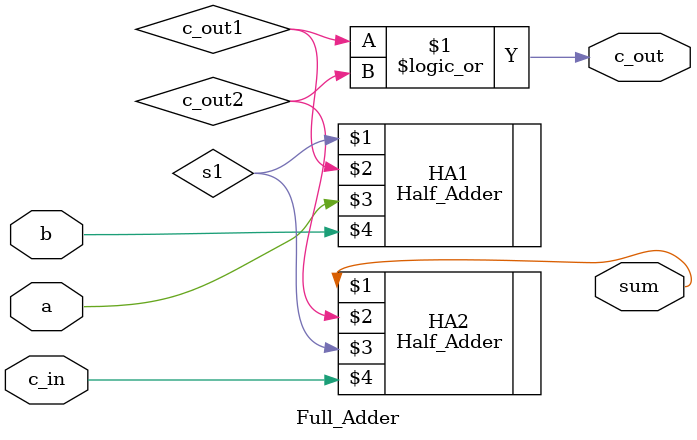
<source format=v>
`timescale 1ns / 1ps

module Full_Adder(
    output sum, c_out,
    input a, b, c_in
    );
    
    wire s1, c_out1, c_out2;
    
    Half_Adder HA1(s1, c_out1, a, b);
    Half_Adder HA2(sum, c_out2, s1, c_in);
    
    assign c_out = c_out1 || c_out2;
    
endmodule

</source>
